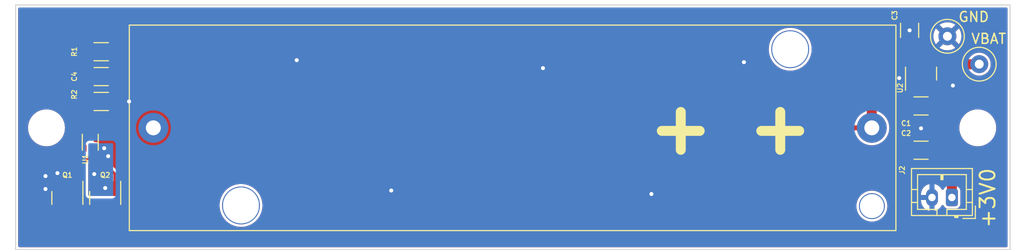
<source format=kicad_pcb>
(kicad_pcb (version 20211014) (generator pcbnew)
  (layers (0 "F.Cu" signal) (31 "B.Cu" signal) (36 "B.SilkS" user "B.Silkscreen") (37 "F.SilkS" user "F.Silkscreen") (38 "B.Mask" user) (39 "F.Mask" user) (44 "Edge.Cuts" user))
  (net 0 "")
  (net 1 "/pack+")
  (net 2 "Net-(BT1-Pad2)")
  (net 3 "Net-(C1-Pad1)")
  (net 4 "GND")
  (net 5 "Net-(C4-Pad1)")
  (net 6 "/charge_fet")
  (net 7 "Net-(Q1-Pad3)")
  (net 8 "/discharge_fet")
  (net 9 "Net-(R2-Pad1)")
  (footprint "1s_board:KEYSTONE-534-1043" (layer "F.Cu") (at 108.45 46.75)
    (fp_text reference "BT1" hide)
    (fp_text value "18650")
    (fp_line (start -38.525 10.325) (end 38.525 10.325) (layer "F.SilkS") (width 0.12))
    (fp_line (start -38.525 -10.325) (end 38.525 -10.325) (layer "F.SilkS") (width 0.12))
    (fp_line (start 38.525 -10.325) (end 38.525 10.325) (layer "F.SilkS") (width 0.12))
    (fp_line (start -38.525 10.325) (end -38.525 -10.325) (layer "F.SilkS") (width 0.12))
    (pad "" np_thru_hole circle (at 36.11 7.87) (size 2.6 2.6) (drill 2.4) (layers F&B.Cu *.Mask))
    (pad "" np_thru_hole circle (at 27.9 -7.9) (size 3.8 3.8) (drill 3.6) (layers F&B.Cu *.Mask))
    (pad "" np_thru_hole circle (at -27.3 7.8) (size 3.8 3.8) (drill 3.6) (layers F&B.Cu *.Mask))
    (pad "1" thru_hole circle (at 36.1 0) (size 3 3) (drill 1.5) (layers *.Cu *.Mask) (net 1 "/pack+"))
    (pad "2" thru_hole circle (at -36.11 0) (size 3 3) (drill 1.5) (layers *.Cu *.Mask) (net 2 "Net-(BT1-Pad2)"))
  )
  (footprint "Capacitor_SMD:C_1206_3216Metric" (layer "F.Cu") (at 67.1 41.6)
    (fp_text reference "C4" (at -2.7 0 90) (layer "F.SilkS") (effects (font (size 0.5 0.5) (thickness 0.1))))
    (fp_text value "100n")
    (fp_line (start -0.711252 -0.91) (end 0.711252 -0.91) (layer "F.SilkS") (width 0.12))
    (fp_line (start -0.711252 0.91) (end 0.711252 0.91) (layer "F.SilkS") (width 0.12))
    (pad "1" smd roundrect (at -1.475 0) (size 1.15 1.8) (layers "F.Cu" "F.Paste" "F.Mask") (roundrect_rratio 0.2173913043) (net 5 "Net-(C4-Pad1)"))
    (pad "2" smd roundrect (at 1.475 0) (size 1.15 1.8) (layers "F.Cu" "F.Paste" "F.Mask") (roundrect_rratio 0.2173913043) (net 2 "Net-(BT1-Pad2)"))
  )
  (footprint "Capacitor_SMD:C_1206_3216Metric" (layer "F.Cu") (at 149.5 49 180)
    (fp_text reference "C2" (at 1.5 1.7 180) (layer "F.SilkS") (effects (font (size 0.5 0.5) (thickness 0.1))))
    (fp_text value "4.7u")
    (fp_line (start -0.711252 -0.91) (end 0.711252 -0.91) (layer "F.SilkS") (width 0.12))
    (fp_line (start -0.711252 0.91) (end 0.711252 0.91) (layer "F.SilkS") (width 0.12))
    (pad "1" smd roundrect (at -1.475 0 180) (size 1.15 1.8) (layers "F.Cu" "F.Paste" "F.Mask") (roundrect_rratio 0.2173913043) (net 3 "Net-(C1-Pad1)"))
    (pad "2" smd roundrect (at 1.475 0 180) (size 1.15 1.8) (layers "F.Cu" "F.Paste" "F.Mask") (roundrect_rratio 0.2173913043) (net 4 "GND"))
  )
  (footprint "Connector_JST:JST_PH_B2B-PH-K_1x02_P2.00mm_Vertical" (layer "F.Cu") (at 152.6 53.75 180)
    (fp_text reference "J2" (at 5 2.75 90) (layer "F.SilkS") (effects (font (size 0.5 0.5) (thickness 0.1))))
    (fp_text value "Conn_01x02")
    (fp_line (start 1.5 -1.2) (end 1.5 -1.81) (layer "F.SilkS") (width 0.12))
    (fp_line (start -2.36 -2.11) (end -2.36 -0.86) (layer "F.SilkS") (width 0.12))
    (fp_line (start 3.45 2.3) (end 3.45 -1.2) (layer "F.SilkS") (width 0.12))
    (fp_line (start -0.3 -1.81) (end -0.3 -2.01) (layer "F.SilkS") (width 0.12))
    (fp_line (start 1.1 1.8) (end 1.1 2.3) (layer "F.SilkS") (width 0.12))
    (fp_line (start -0.3 -2.01) (end -0.6 -2.01) (layer "F.SilkS") (width 0.12))
    (fp_line (start -0.3 -1.91) (end -0.6 -1.91) (layer "F.SilkS") (width 0.12))
    (fp_line (start -1.45 -1.2) (end -1.45 2.3) (layer "F.SilkS") (width 0.12))
    (fp_line (start -1.45 2.3) (end 3.45 2.3) (layer "F.SilkS") (width 0.12))
    (fp_line (start 0.9 2.3) (end 0.9 1.8) (layer "F.SilkS") (width 0.12))
    (fp_line (start 4.06 -0.5) (end 3.45 -0.5) (layer "F.SilkS") (width 0.12))
    (fp_line (start -0.6 -2.01) (end -0.6 -1.81) (layer "F.SilkS") (width 0.12))
    (fp_line (start -2.06 2.91) (end 4.06 2.91) (layer "F.SilkS") (width 0.12))
    (fp_line (start 4.06 0.8) (end 3.45 0.8) (layer "F.SilkS") (width 0.12))
    (fp_line (start 3.45 -1.2) (end 1.5 -1.2) (layer "F.SilkS") (width 0.12))
    (fp_line (start -2.06 -1.81) (end -2.06 2.91) (layer "F.SilkS") (width 0.12))
    (fp_line (start 4.06 -1.81) (end -2.06 -1.81) (layer "F.SilkS") (width 0.12))
    (fp_line (start 1 2.3) (end 1 1.8) (layer "F.SilkS") (width 0.12))
    (fp_line (start 4.06 2.91) (end 4.06 -1.81) (layer "F.SilkS") (width 0.12))
    (fp_line (start 0.5 -1.2) (end -1.45 -1.2) (layer "F.SilkS") (width 0.12))
    (fp_line (start -1.11 -2.11) (end -2.36 -2.11) (layer "F.SilkS") (width 0.12))
    (fp_line (start -2.06 -0.5) (end -1.45 -0.5) (layer "F.SilkS") (width 0.12))
    (fp_line (start 0.5 -1.81) (end 0.5 -1.2) (layer "F.SilkS") (width 0.12))
    (fp_line (start -2.06 0.8) (end -1.45 0.8) (layer "F.SilkS") (width 0.12))
    (fp_line (start 0.9 1.8) (end 1.1 1.8) (layer "F.SilkS") (width 0.12))
    (pad "1" thru_hole roundrect (at 0 0 180) (size 1.2 1.75) (drill 0.75) (layers *.Cu *.Mask) (roundrect_rratio 0.2083333333) (net 3 "Net-(C1-Pad1)"))
    (pad "2" thru_hole oval (at 2 0 180) (size 1.2 1.75) (drill 0.75) (layers *.Cu *.Mask) (net 4 "GND"))
  )
  (footprint "Resistor_SMD:R_1206_3216Metric" (layer "F.Cu") (at 67.1 39.1 180)
    (fp_text reference "R1" (at 2.7 0 90) (layer "F.SilkS") (effects (font (size 0.5 0.5) (thickness 0.1))))
    (fp_text value "330")
    (fp_line (start -0.727064 0.91) (end 0.727064 0.91) (layer "F.SilkS") (width 0.12))
    (fp_line (start -0.727064 -0.91) (end 0.727064 -0.91) (layer "F.SilkS") (width 0.12))
    (pad "1" smd roundrect (at -1.4625 0 180) (size 1.125 1.75) (layers "F.Cu" "F.Paste" "F.Mask") (roundrect_rratio 0.2222222222) (net 1 "/pack+"))
    (pad "2" smd roundrect (at 1.4625 0 180) (size 1.125 1.75) (layers "F.Cu" "F.Paste" "F.Mask") (roundrect_rratio 0.2222222222) (net 5 "Net-(C4-Pad1)"))
  )
  (footprint "1s_board:BQ29700DSER" (layer "F.Cu") (at 66 48.2 90)
    (fp_text reference "U1" (at -1.7 -0.5 90 unlocked) (layer "F.SilkS") (effects (font (size 0.5 0.5) (thickness 0.1))))
    (fp_text value "BQ29700DSER")
    (fp_line (start -0.8 -0.8) (end 0.8 -0.8) (layer "F.SilkS") (width 0.12))
    (fp_line (start -0.8 0.8) (end 0.8 0.8) (layer "F.SilkS") (width 0.12))
    (pad "1" smd roundrect (at -0.6 -0.5 90) (size 0.7 0.25) (layers "F.Cu" "F.Paste" "F.Mask") (roundrect_rratio 0.2))
    (pad "2" smd roundrect (at -0.6 0 90) (size 0.7 0.25) (layers "F.Cu" "F.Paste" "F.Mask") (roundrect_rratio 0.2) (net 6 "/charge_fet"))
    (pad "3" smd roundrect (at -0.6 0.5 90) (size 0.7 0.25) (layers "F.Cu" "F.Paste" "F.Mask") (roundrect_rratio 0.2) (net 8 "/discharge_fet"))
    (pad "4" smd roundrect (at 0.6 0.5 90) (size 0.7 0.25) (layers "F.Cu" "F.Paste" "F.Mask") (roundrect_rratio 0.2) (net 2 "Net-(BT1-Pad2)"))
    (pad "5" smd roundrect (at 0.6 0 90) (size 0.7 0.25) (layers "F.Cu" "F.Paste" "F.Mask") (roundrect_rratio 0.2) (net 5 "Net-(C4-Pad1)"))
    (pad "6" smd roundrect (at 0.6 -0.5 90) (size 0.7 0.25) (layers "F.Cu" "F.Paste" "F.Mask") (roundrect_rratio 0.2) (net 9 "Net-(R2-Pad1)"))
  )
  (footprint "Capacitor_SMD:C_1206_3216Metric" (layer "F.Cu") (at 149.5 44.55 180)
    (fp_text reference "C1" (at 1.5 -1.75 180) (layer "F.SilkS") (effects (font (size 0.5 0.5) (thickness 0.1))))
    (fp_text value "100n")
    (fp_line (start -0.711252 -0.91) (end 0.711252 -0.91) (layer "F.SilkS") (width 0.12))
    (fp_line (start -0.711252 0.91) (end 0.711252 0.91) (layer "F.SilkS") (width 0.12))
    (pad "1" smd roundrect (at -1.475 0 180) (size 1.15 1.8) (layers "F.Cu" "F.Paste" "F.Mask") (roundrect_rratio 0.2173913043) (net 3 "Net-(C1-Pad1)"))
    (pad "2" smd roundrect (at 1.475 0 180) (size 1.15 1.8) (layers "F.Cu" "F.Paste" "F.Mask") (roundrect_rratio 0.2173913043) (net 4 "GND"))
  )
  (footprint "Package_TO_SOT_SMD:SOT-23" (layer "F.Cu") (at 149.5 41.3 90)
    (fp_text reference "U2" (at -1.45 -2.1 270) (layer "F.SilkS") (effects (font (size 0.5 0.5) (thickness 0.1))))
    (fp_text value "AP7333-30SRG-7")
    (fp_line (start 0 1.56) (end -0.65 1.56) (layer "F.SilkS") (width 0.12))
    (fp_line (start 0 -1.56) (end -1.675 -1.56) (layer "F.SilkS") (width 0.12))
    (fp_line (start 0 -1.56) (end 0.65 -1.56) (layer "F.SilkS") (width 0.12))
    (fp_line (start 0 1.56) (end 0.65 1.56) (layer "F.SilkS") (width 0.12))
    (pad "1" smd roundrect (at -0.9375 -0.95 90) (size 1.475 0.6) (layers "F.Cu" "F.Paste" "F.Mask") (net 4 "GND"))
    (pad "2" smd roundrect (at -0.9375 0.95 90) (size 1.475 0.6) (layers "F.Cu" "F.Paste" "F.Mask") (net 3 "Net-(C1-Pad1)"))
    (pad "3" smd roundrect (at 0.9375 0 90) (size 1.475 0.6) (layers "F.Cu" "F.Paste" "F.Mask") (net 1 "/pack+"))
  )
  (footprint "MountingHole:MountingHole_3.2mm_M3" (layer "F.Cu") (at 61.6 46.75)
    (fp_text reference "J4" hide)
    (fp_text value "Conn_01x01")
    (pad "" np_thru_hole circle (at 0 0) (size 3.2 3.2) (drill 3.2) (layers *.Cu *.Mask))
  )
  (footprint "Capacitor_SMD:C_1206_3216Metric" (layer "F.Cu") (at 148.35 36.95 90)
    (fp_text reference "C3" (at 1.5 -1.5 90) (layer "F.SilkS") (effects (font (size 0.5 0.5) (thickness 0.1))))
    (fp_text value "4.7u")
    (fp_line (start -0.711252 0.91) (end 0.711252 0.91) (layer "F.SilkS") (width 0.12))
    (fp_line (start -0.711252 -0.91) (end 0.711252 -0.91) (layer "F.SilkS") (width 0.12))
    (pad "1" smd roundrect (at -1.475 0 90) (size 1.15 1.8) (layers "F.Cu" "F.Paste" "F.Mask") (roundrect_rratio 0.2173913043) (net 1 "/pack+"))
    (pad "2" smd roundrect (at 1.475 0 90) (size 1.15 1.8) (layers "F.Cu" "F.Paste" "F.Mask") (roundrect_rratio 0.2173913043) (net 4 "GND"))
  )
  (footprint "TestPoint:TestPoint_Loop_D2.60mm_Drill0.9mm_Beaded" (layer "F.Cu") (at 155.35 40.35)
    (fp_text reference "J1" hide)
    (fp_text value "P+")
    (fp_circle (center 0 0) (end 1.7 0) (layer "F.SilkS") (width 0.12) (fill none))
    (pad "1" thru_hole circle (at 0 0) (size 1.8 1.8) (drill 0.9) (layers *.Cu *.Mask) (net 1 "/pack+"))
  )
  (footprint "MountingHole:MountingHole_3.2mm_M3" (layer "F.Cu") (at 155.2 46.75)
    (fp_text reference "J5" hide)
    (fp_text value "Conn_01x01")
    (pad "" np_thru_hole circle (at 0 0) (size 3.2 3.2) (drill 3.2) (layers *.Cu *.Mask))
  )
  (footprint "Package_TO_SOT_SMD:SOT-23" (layer "F.Cu") (at 67.5 53.8 -90)
    (fp_text reference "Q2" (at -2.3 0 180) (layer "F.SilkS") (effects (font (size 0.5 0.5) (thickness 0.1))))
    (fp_text value "DMG6968U")
    (fp_line (start 0 -1.56) (end -1.675 -1.56) (layer "F.SilkS") (width 0.12))
    (fp_line (start 0 1.56) (end 0.65 1.56) (layer "F.SilkS") (width 0.12))
    (fp_line (start 0 -1.56) (end 0.65 -1.56) (layer "F.SilkS") (width 0.12))
    (fp_line (start 0 1.56) (end -0.65 1.56) (layer "F.SilkS") (width 0.12))
    (pad "1" smd roundrect (at -0.9375 -0.95 270) (size 1.475 0.6) (layers "F.Cu" "F.Paste" "F.Mask") (net 8 "/discharge_fet"))
    (pad "2" smd roundrect (at -0.9375 0.95 270) (size 1.475 0.6) (layers "F.Cu" "F.Paste" "F.Mask") (net 2 "Net-(BT1-Pad2)"))
    (pad "3" smd roundrect (at 0.9375 0 270) (size 1.475 0.6) (layers "F.Cu" "F.Paste" "F.Mask") (net 7 "Net-(Q1-Pad3)"))
  )
  (footprint "Package_TO_SOT_SMD:SOT-23" (layer "F.Cu") (at 63.7 53.8 -90)
    (fp_text reference "Q1" (at -2.3 0 180) (layer "F.SilkS") (effects (font (size 0.5 0.5) (thickness 0.1))))
    (fp_text value "DMG6968U")
    (fp_line (start 0 1.56) (end 0.65 1.56) (layer "F.SilkS") (width 0.12))
    (fp_line (start 0 -1.56) (end -1.675 -1.56) (layer "F.SilkS") (width 0.12))
    (fp_line (start 0 1.56) (end -0.65 1.56) (layer "F.SilkS") (width 0.12))
    (fp_line (start 0 -1.56) (end 0.65 -1.56) (layer "F.SilkS") (width 0.12))
    (pad "1" smd roundrect (at -0.9375 -0.95 270) (size 1.475 0.6) (layers "F.Cu" "F.Paste" "F.Mask") (net 6 "/charge_fet"))
    (pad "2" smd roundrect (at -0.9375 0.95 270) (size 1.475 0.6) (layers "F.Cu" "F.Paste" "F.Mask") (net 4 "GND"))
    (pad "3" smd roundrect (at 0.9375 0 270) (size 1.475 0.6) (layers "F.Cu" "F.Paste" "F.Mask") (net 7 "Net-(Q1-Pad3)"))
  )
  (footprint "Resistor_SMD:R_1206_3216Metric" (layer "F.Cu") (at 67.1 44.1)
    (fp_text reference "R2" (at -2.7 -0.7 90) (layer "F.SilkS") (effects (font (size 0.5 0.5) (thickness 0.1))))
    (fp_text value "2.2k")
    (fp_line (start -0.727064 -0.91) (end 0.727064 -0.91) (layer "F.SilkS") (width 0.12))
    (fp_line (start -0.727064 0.91) (end 0.727064 0.91) (layer "F.SilkS") (width 0.12))
    (pad "1" smd roundrect (at -1.4625 0) (size 1.125 1.75) (layers "F.Cu" "F.Paste" "F.Mask") (roundrect_rratio 0.2222222222) (net 9 "Net-(R2-Pad1)"))
    (pad "2" smd roundrect (at 1.4625 0) (size 1.125 1.75) (layers "F.Cu" "F.Paste" "F.Mask") (roundrect_rratio 0.2222222222) (net 4 "GND"))
  )
  (footprint "TestPoint:TestPoint_Loop_D2.60mm_Drill0.9mm_Beaded" (layer "F.Cu") (at 152.15 37.55)
    (fp_text reference "J3" hide)
    (fp_text value "P-")
    (fp_circle (center 0 0) (end 1.7 0) (layer "F.SilkS") (width 0.12) (fill none))
    (pad "1" thru_hole circle (at 0 0) (size 1.8 1.8) (drill 0.9) (layers *.Cu *.Mask) (net 4 "GND"))
  )
  (gr_line (start 58.5 59) (end 58.5 34.4) (layer "Edge.Cuts") (width 0.1))
  (gr_line (start 158.45 34.4) (end 158.45 59) (layer "Edge.Cuts") (width 0.1))
  (gr_line (start 58.5 34.4) (end 158.45 34.4) (layer "Edge.Cuts") (width 0.1))
  (gr_line (start 58.5 59) (end 158.45 59) (layer "Edge.Cuts") (width 0.1))
  (gr_text "+ +" (at 130.35 46.7) (layer "F.SilkS") (effects (font (size 5 5) (thickness 1))))
  (gr_text "+3V0" (at 156.2 53.8 90) (layer "F.SilkS") (effects (font (size 1.5 1.5) (thickness 0.2))))
  (gr_text "VBAT" (at 156.3 37.8) (layer "F.SilkS") (effects (font (size 1 1))))
  (gr_text "GND" (at 154.8 35.6) (layer "F.SilkS") (effects (font (size 1 1))))
  (segment (start 148.35 38.425) (end 148.35 40.35) (width 1) (layer "F.Cu") (net 1))
  (segment (start 68.5625 39.1) (end 70.8 39.1) (width 0.5) (layer "F.Cu") (net 1))
  (segment (start 155.3375 40.3625) (end 155.35 40.35) (width 1) (layer "F.Cu") (net 1))
  (segment (start 149.5 40.3625) (end 150.9375 40.3625) (width 1) (layer "F.Cu") (net 1))
  (segment (start 148.3375 40.3625) (end 149.5 40.3625) (width 1) (layer "F.Cu") (net 1))
  (segment (start 150.9375 40.3625) (end 155.3375 40.3625) (width 1) (layer "F.Cu") (net 1))
  (segment (start 145.6375 40.3625) (end 148.3375 40.3625) (width 1) (layer "F.Cu") (net 1))
  (segment (start 70.8 39.1) (end 78.45 46.75) (width 0.5) (layer "F.Cu") (net 1))
  (segment (start 144.55 46.75) (end 144.55 41.45) (width 1) (layer "F.Cu") (net 1))
  (segment (start 148.35 40.35) (end 148.3375 40.3625) (width 1) (layer "F.Cu") (net 1))
  (segment (start 78.45 46.75) (end 144.55 46.75) (width 0.5) (layer "F.Cu") (net 1))
  (segment (start 144.55 41.45) (end 145.6375 40.3625) (width 1) (layer "F.Cu") (net 1))
  (via (at 67.4 48.8) (size 0.8) (drill 0.4) (layers "F.Cu" "B.Cu") (net 2))
  (via (at 66.4 51.4) (size 0.8) (drill 0.4) (layers "F.Cu" "B.Cu") (net 2))
  (via (at 67.8 49.6) (size 0.8) (drill 0.4) (layers "F.Cu" "B.Cu") (net 2))
  (via (at 67.5 52.8) (size 0.8) (drill 0.4) (layers "F.Cu" "B.Cu") (net 2))
  (segment (start 150.975 50.725) (end 150.975 49) (width 1) (layer "F.Cu") (net 3))
  (segment (start 152.6 52.35) (end 150.975 50.725) (width 1) (layer "F.Cu") (net 3))
  (segment (start 150.45 42.2375) (end 150.45 42.75) (width 1) (layer "F.Cu") (net 3))
  (segment (start 152.6 53.75) (end 152.6 52.35) (width 1) (layer "F.Cu") (net 3))
  (segment (start 150.975 43.325) (end 151 43.3) (width 1) (layer "F.Cu") (net 3))
  (segment (start 150.975 49) (end 150.975 44.55) (width 1) (layer "F.Cu") (net 3))
  (segment (start 150.975 44.55) (end 150.975 43.325) (width 1) (layer "F.Cu") (net 3))
  (segment (start 150.45 42.75) (end 151 43.3) (width 1) (layer "F.Cu") (net 3))
  (segment (start 69.9 44.1) (end 68.5625 44.1) (width 0.5) (layer "F.Cu") (net 4))
  (via (at 86.75 39.95) (size 0.8) (drill 0.4) (layers "F.Cu" "B.Cu") (net 4))
  (via (at 61.5 52.9) (size 0.8) (drill 0.4) (layers "F.Cu" "B.Cu") (net 4))
  (via (at 111.5 40.75) (size 0.8) (drill 0.4) (layers "F.Cu" "B.Cu") (net 4))
  (via (at 152.7 42.5) (size 0.8) (drill 0.4) (layers "F.Cu" "B.Cu") (net 4))
  (via (at 149.5 46.8) (size 0.8) (drill 0.4) (layers "F.Cu" "B.Cu") (net 4))
  (via (at 61.5 51.6) (size 0.8) (drill 0.4) (layers "F.Cu" "B.Cu") (net 4))
  (via (at 69.9 44.1) (size 0.8) (drill 0.4) (layers "F.Cu" "B.Cu") (net 4))
  (via (at 147.3 41.75) (size 0.8) (drill 0.4) (layers "F.Cu" "B.Cu") (net 4))
  (via (at 131.7 40.15) (size 0.8) (drill 0.4) (layers "F.Cu" "B.Cu") (net 4))
  (via (at 148.35 36.95) (size 0.8) (drill 0.4) (layers "F.Cu" "B.Cu") (net 4))
  (via (at 62.7 51.3) (size 0.8) (drill 0.4) (layers "F.Cu" "B.Cu") (net 4))
  (via (at 122.4 53.4) (size 0.8) (drill 0.4) (layers "F.Cu" "B.Cu") (net 4))
  (via (at 96.25 53.05) (size 0.8) (drill 0.4) (layers "F.Cu" "B.Cu") (net 4))
  (segment (start 66.75 45.85) (end 66.75 41.75) (width 0.25) (layer "F.Cu") (net 5))
  (segment (start 66 46.6) (end 66.75 45.85) (width 0.25) (layer "F.Cu") (net 5))
  (segment (start 66.75 41.75) (end 66.6 41.6) (width 0.25) (layer "F.Cu") (net 5))
  (segment (start 65.6375 39.1) (end 65.6375 41.5875) (width 0.5) (layer "F.Cu") (net 5))
  (segment (start 66 47.6) (end 66 46.6) (width 0.25) (layer "F.Cu") (net 5))
  (segment (start 66.6 41.6) (end 65.625 41.6) (width 0.25) (layer "F.Cu") (net 5))
  (segment (start 64.65 50.95) (end 66 49.6) (width 0.25) (layer "F.Cu") (net 6))
  (segment (start 66 49.6) (end 66 48.8) (width 0.25) (layer "F.Cu") (net 6))
  (segment (start 64.65 52.8625) (end 64.65 50.95) (width 0.25) (layer "F.Cu") (net 6))
  (segment (start 68.45 52.8625) (end 68.45 51.35) (width 0.25) (layer "F.Cu") (net 8))
  (segment (start 66.5 49.4) (end 66.5 48.8) (width 0.25) (layer "F.Cu") (net 8))
  (segment (start 68.45 51.35) (end 66.5 49.4) (width 0.25) (layer "F.Cu") (net 8))
  (segment (start 65.6375 46.2625) (end 65.6375 44.1) (width 0.25) (layer "F.Cu") (net 9))
  (segment (start 65.5 47.6) (end 65.5 46.4) (width 0.25) (layer "F.Cu") (net 9))
  (segment (start 65.5 46.4) (end 65.6375 46.2625) (width 0.25) (layer "F.Cu") (net 9))
  (zone (net 7) (net_name "Net-(Q1-Pad3)") (layer "F.Cu") (priority 2) (connect_pads yes (clearance 0.254)) (min_thickness 0.254) (fill yes (thermal_gap 0.508) (thermal_bridge_width 0.508))
    (polygon (pts (xy 68 55.7) (xy 63.2 55.7) (xy 63.2 53.9) (xy 68 53.9)))
  )
  (zone (net 2) (net_name "Net-(BT1-Pad2)") (layer "F.Cu") (priority 1) (connect_pads yes (clearance 0.254)) (min_thickness 0.254) (fill yes (thermal_gap 0.508) (thermal_bridge_width 0.508))
    (polygon (pts (xy 74.75 53.6) (xy 65.8 53.6) (xy 65.8 49.7) (xy 65.8 46.3) (xy 65.8 40.8) (xy 71.75 40.8) (xy 74.75 43.8)))
  )
  (zone (net 4) (net_name "GND") (layers F&B.Cu) (connect_pads (clearance 0.254)) (min_thickness 0.254) (fill yes (thermal_gap 0.508) (thermal_bridge_width 0.508))
    (polygon (pts (xy 158.4 58.95) (xy 58.55 58.95) (xy 58.55 34.45) (xy 158.4 34.45)))
  )
  (zone (net 2) (net_name "Net-(BT1-Pad2)") (layer "B.Cu") (priority 1) (connect_pads (clearance 0.254)) (min_thickness 0.254) (fill yes (thermal_gap 0.508) (thermal_bridge_width 0.508))
    (polygon (pts (xy 68.3 53.6) (xy 65.8 53.6) (xy 65.8 48.3) (xy 68.3 48.3)))
  )
)
</source>
